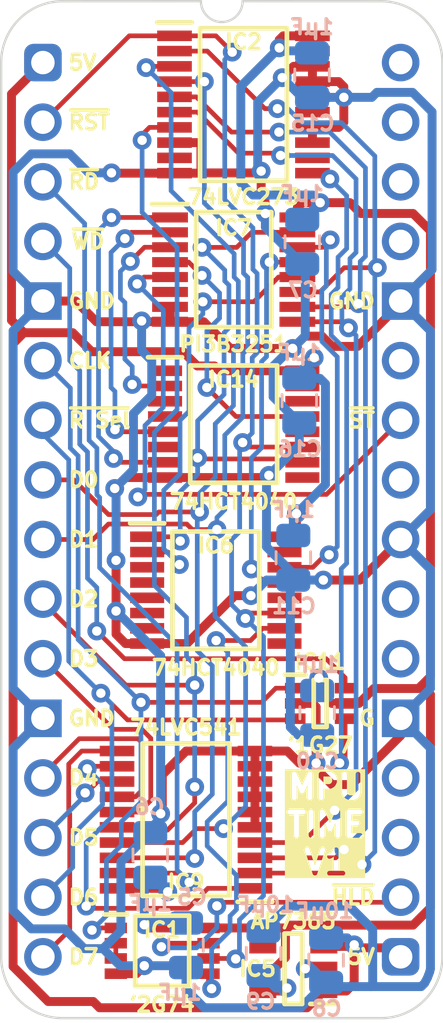
<source format=kicad_pcb>
(kicad_pcb (version 20240108) (generator "pcbnew") (generator_version "8.0")
  (title_block (title "MPU Timer") (date "2024-02-22") (rev "V1"))
  (layers (0 "F.Cu" signal) (31 "B.Cu" signal) (34 "B.Paste" user) (35 "F.Paste" user) (36 "B.SilkS" user "B.Silkscreen") (37 "F.SilkS" user "F.Silkscreen") (38 "B.Mask" user) (39 "F.Mask" user) (44 "Edge.Cuts" user))
  (net 0 "")
  (net 1 "GND")
  (net 2 "5V")
  (net 3 "/3.3V")
  (net 5 "/~{Write NMI Rate Select}·CLK")
  (net 6 "/Q6")
  (net 7 "~{Reset}")
  (net 8 "CLK")
  (net 9 "D0")
  (net 10 "D1")
  (net 11 "D2")
  (net 12 "~{Set Timer}")
  (net 15 "D4")
  (net 16 "~{NMI Rate Select}")
  (net 19 "D7")
  (net 20 "D3")
  (net 22 "~{RD}")
  (net 23 "D5")
  (net 29 "D6")
  (net 30 "/NMI_{Speed}0")
  (net 31 "/NMI_{Speed}1")
  (net 32 "/NMI_{Speed}2")
  (net 33 "/Q8")
  (net 35 "/Q18")
  (net 36 "/~{Q}")
  (net 37 "/Q0")
  (net 38 "/Q12")
  (net 42 "/Q10")
  (net 43 "/Q16")
  (net 44 "/Q14")
  (net 45 "/Q20")
  (net 59 "~{WD}")
  (net 60 "~{Hold}")
  (footprint "SamacSys_Parts:SOP65P210X110-6N" (layer "F.Cu") (at 11.811 27.305)
    (property "Reference" "IC11")
    (property "Value" "74LVC1G27GW,125" (hide yes))
  )
  (footprint "SamacSys_Parts:SOP65P640X110-16N" (layer "F.Cu") (at 7.366 22.479)
    (property "Reference" "IC6")
    (property "Value" "74HCT4040PW,118" (hide yes))
  )
  (footprint "SamacSys_Parts:SOP65P400X110-8N" (layer "F.Cu") (at 5.08 37.846)
    (property "Reference" "IC1")
    (property "Value" "74LVC2G74DP,125" (hide yes))
  )
  (footprint "SamacSys_Parts:SOP64P599X175-16N" (layer "F.Cu") (at 8.128 8.8205)
    (property "Reference" "IC7")
    (property "Value" "PI3B3251QE" (hide yes))
  )
  (footprint "SamacSys_Parts:SOP65P640X110-16N" (layer "F.Cu") (at 8.128 15.405263)
    (property "Reference" "IC14")
    (property "Value" "74HCT4040PW,118" (hide yes))
  )
  (footprint "SamacSys_Parts:SOT95P285X130-5N" (layer "F.Cu") (at 10.668 38.608 180)
    (property "Reference" "IC5")
    (property "Value" "AP7365-33WG-7" (hide yes))
  )
  (footprint "SamacSys_Parts:SOP65P640X110-20N" (layer "F.Cu") (at 8.544115 1.785869)
    (property "Reference" "IC2")
    (property "Value" "74LVC273PW,118" (hide yes))
  )
  (footprint "SamacSys_Parts:SOP65P640X110-20N" (layer "F.Cu") (at 6.096 32.258 180)
    (property "Reference" "IC9")
    (property "Value" "74LVC541APW,118" (hide yes))
  )
  (footprint "SamacSys_Parts:DIP-32_Board_W15.24mm" (layer "F.Cu") (at 0 0)
    (property "Reference" "J2" (hide yes))
    (property "Value" "Conn_02x16_Counter_Clockwise" (hide yes))
    (fp_line (start -1.778 38.1) (end -1.778 0) (stroke (width 0.1)) (layer "Edge.Cuts"))
    (fp_line (start 6.731 -2.6162) (end 0.835732 -2.613732) (stroke (width 0.1)) (layer "Edge.Cuts"))
    (fp_line (start 14.404267 -2.613733) (end 8.509 -2.6162) (stroke (width 0.1)) (layer "Edge.Cuts"))
    (fp_line (start 14.404268 40.713732) (end 0.835733 40.713733) (stroke (width 0.1)) (layer "Edge.Cuts"))
    (fp_line (start 17.018 38.1) (end 17.017999 -0.000001) (stroke (width 0.1)) (layer "Edge.Cuts"))
    (fp_arc (start -1.778 0) (mid -1.012456 -1.848188) (end 0.835732 -2.613732) (stroke (width 0.1)) (layer "Edge.Cuts"))
    (fp_arc (start 0.835733 40.713733) (mid -1.012457 39.94819) (end -1.778 38.1) (stroke (width 0.1)) (layer "Edge.Cuts"))
    (fp_arc (start 8.509 -2.6162) (mid 7.62 -1.7272) (end 6.731 -2.6162) (stroke (width 0.1)) (layer "Edge.Cuts"))
    (fp_arc (start 14.404267 -2.613733) (mid 16.252448 -1.848183) (end 17.017999 -0.000001) (stroke (width 0.1)) (layer "Edge.Cuts"))
    (fp_arc (start 17.018 38.1) (mid 16.252456 39.948187) (end 14.404268 40.713732) (stroke (width 0.1)) (layer "Edge.Cuts"))
  )
  (footprint "SamacSys_Parts:C_0805" (layer "B.Cu") (at 11.465115 0.515869)
    (property "Reference" "C15")
    (property "Value" "1μF")
  )
  (footprint "SamacSys_Parts:C_0805" (layer "B.Cu") (at 10.668 21.082)
    (property "Reference" "C11")
    (property "Value" "1μF")
  )
  (footprint "SamacSys_Parts:C_0805" (layer "B.Cu") (at 6.096 37.592)
    (property "Reference" "C5")
    (property "Value" "1μF")
  )
  (footprint "SamacSys_Parts:C_0805" (layer "B.Cu") (at 10.922 14.389263)
    (property "Reference" "C16")
    (property "Value" "1μF")
  )
  (footprint "SamacSys_Parts:PinHeader_1x16_P2.54mm_Vertical" (layer "B.Cu") (at 15.24 0 180)
    (property "Reference" "J1" (hide yes))
    (property "Value" "Pin_Header_01x16")
  )
  (footprint "SamacSys_Parts:C_0805" (layer "B.Cu") (at 12.065 38.227)
    (property "Reference" "C8")
    (property "Value" "10µF")
  )
  (footprint "SamacSys_Parts:C_0805" (layer "B.Cu") (at 11.684 27.686)
    (property "Reference" "C10")
    (property "Value" "1μF")
  )
  (footprint "SamacSys_Parts:C_0805" (layer "B.Cu") (at 4.572 33.782 180)
    (property "Reference" "C6")
    (property "Value" "1μF")
  )
  (footprint "SamacSys_Parts:PinHeader_1x16_P2.54mm_Vertical" (layer "B.Cu") (at 0 0 180)
    (property "Reference" "J3" (hide yes))
    (property "Value" "Pin_Header_01x16")
  )
  (footprint "SamacSys_Parts:C_0805" (layer "B.Cu") (at 9.398 37.973 180)
    (property "Reference" "C9")
    (property "Value" "10µF")
  )
  (footprint "SamacSys_Parts:C_0805" (layer "B.Cu") (at 11.049 7.62)
    (property "Reference" "C7")
    (property "Value" "1μF")
  )
  (gr_text "5V" (at 1.016 0 0) (layer "F.SilkS") (effects (font (size 0.635 0.635)) (justify left)))
  (gr_text "D1" (at 1.016 20.32 0) (layer "F.SilkS") (effects (font (size 0.635 0.635)) (justify left)))
  (gr_text "5V" (at 14.224 38.1 0) (layer "F.SilkS") (effects (font (size 0.635 0.635)) (justify right)))
  (gr_text "D6" (at 1.016 35.56 0) (layer "F.SilkS") (effects (font (size 0.635 0.635)) (justify left)))
  (gr_text "~{HLD}" (at 14.224 35.56 0) (layer "F.SilkS") (effects (font (size 0.635 0.635)) (justify right)))
  (gr_text "GND" (at 14.224 10.16 0) (layer "F.SilkS") (effects (font (size 0.635 0.635)) (justify right)))
  (gr_text "GND" (at 1.016 27.94 0) (layer "F.SilkS") (effects (font (size 0.635 0.635)) (justify left)))
  (gr_text "D4" (at 1.016 30.48 0) (layer "F.SilkS") (effects (font (size 0.635 0.635)) (justify left)))
  (gr_text "D0" (at 1.016 17.78 0) (layer "F.SilkS") (effects (font (size 0.635 0.635)) (justify left)))
  (gr_text "D7" (at 1.016 38.1 0) (layer "F.SilkS") (effects (font (size 0.635 0.635)) (justify left)))
  (gr_text "D5" (at 1.016 33.02 0) (layer "F.SilkS") (effects (font (size 0.635 0.635)) (justify left)))
  (gr_text "CLK" (at 1.016 12.7 0) (layer "F.SilkS") (effects (font (size 0.635 0.635)) (justify left)))
  (gr_text "~{RD}" (at 1.016 5.08 0) (layer "F.SilkS") (effects (font (size 0.635 0.635)) (justify left)))
  (gr_text "D3" (at 1.016 25.4 0) (layer "F.SilkS") (effects (font (size 0.635 0.635)) (justify left)))
  (gr_text "D2" (at 1.016 22.86 0) (layer "F.SilkS") (effects (font (size 0.635 0.635)) (justify left)))
  (gr_text "~{RST}" (at 1.016 2.54 0) (layer "F.SilkS") (effects (font (size 0.635 0.635)) (justify left)))
  (gr_text "~{R Sel}" (at 1.016 15.24 0) (layer "F.SilkS") (effects (font (size 0.635 0.635)) (justify left)))
  (gr_text "MPU\nTIME\nV1" (at 12.065 34.671 0) (layer "F.SilkS" knockout) (effects (font (size 1 1) (thickness 0.2) (bold yes)) (justify bottom)))
  (gr_text "G" (at 14.224 27.94 0) (layer "F.SilkS") (effects (font (size 0.635 0.635)) (justify right)))
  (gr_text "~{WD}" (at 1.143 7.62 0) (layer "F.SilkS") (effects (font (size 0.635 0.635)) (justify left)))
  (gr_text "~{ST}" (at 14.224 15.24 0) (layer "F.SilkS") (effects (font (size 0.635 0.635)) (justify right)))
  (gr_text "GND" (at 1.016 10.16 0) (layer "F.SilkS") (effects (font (size 0.635 0.635)) (justify left)))
  (segment (start 6.733615 4.700869) (end 6.723615 4.710869) (width 0.38) (layer "F.Cu") (net 1))
  (segment (start 3.11601 23.368) (end 3.11601 21.209002) (width 0.38) (layer "F.Cu") (net 1))
  (segment (start 15.24 20.32) (end 13.512 22.048) (width 0.38) (layer "F.Cu") (net 1))
  (segment (start 9.034 29.333) (end 9.034 29.983) (width 0.38) (layer "F.Cu") (net 1))
  (segment (start 9.034 30.633) (end 9.034 31.283) (width 0.38) (layer "F.Cu") (net 1))
  (segment (start 15.24 28.067) (end 15.24 28.676229) (width 0.38) (layer "F.Cu") (net 1))
  (segment (start 11.160932 11.656) (end 10.637852 12.17908) (width 0.38) (layer "F.Cu") (net 1))
  (segment (start 5.606115 4.710869) (end 2.932869 4.710869) (width 0.38) (layer "F.Cu") (net 1))
  (segment (start 9.534723 17.680263) (end 9.626986 17.588) (width 0.38) (layer "F.Cu") (net 1))
  (segment (start 4.441 24.754) (end 3.520626 24.754) (width 0.38) (layer "F.Cu") (net 1))
  (segment (start 13.512 22.048) (end 11.94649 22.048) (width 0.38) (layer "F.Cu") (net 1))
  (segment (start 5.203 17.680263) (end 9.534723 17.680263) (width 0.38) (layer "F.Cu") (net 1))
  (segment (start 6.8515 11.0425) (end 7.98808 12.17908) (width 0.38) (layer "F.Cu") (net 1))
  (segment (start 9.459999 6.415001) (end 9.459999 5.62345) (width 0.38) (layer "F.Cu") (net 1))
  (segment (start 9.034 29.983) (end 9.034 30.633) (width 0.38) (layer "F.Cu") (net 1))
  (segment (start 12.599615 2.760869) (end 11.482115 2.760869) (width 0.38) (layer "F.Cu") (net 1))
  (segment (start 9.477498 6.4325) (end 9.459999 6.415001) (width 0.38) (layer "F.Cu") (net 1))
  (segment (start 6.1 29.333) (end 5.0855 30.3475) (width 0.38) (layer "F.Cu") (net 1))
  (segment (start 13.408229 12.093) (end 12.321229 12.093) (width 0.38) (layer "F.Cu") (net 1))
  (segment (start 11.482115 0.160869) (end 11.482115 0.810869) (width 0.38) (layer "F.Cu") (net 1))
  (segment (start 5.203 17.680263) (end 3.5244 17.680263) (width 0.38) (layer "F.Cu") (net 1))
  (segment (start 3.5244 17.680263) (end 3.059279 18.145384) (width 0.38) (layer "F.Cu") (net 1))
  (segment (start 11.884229 11.656) (end 11.160932 11.656) (width 0.38) (layer "F.Cu") (net 1))
  (segment (start 10.41 29.333) (end 10.926563 29.849563) (width 0.38) (layer "F.Cu") (net 1))
  (segment (start 6.132769 24.754) (end 8.174532 22.712237) (width 0.38) (layer "F.Cu") (net 1))
  (segment (start 11.640009 27.455753) (end 11.640009 29.849563) (width 0.38) (layer "F.Cu") (net 1))
  (segment (start 11.640009 30.089237) (end 11.640009 29.849563) (width 0.38) (layer "F.Cu") (net 1))
  (segment (start 6.733615 3.420869) (end 6.733615 4.700869) (width 0.38) (layer "F.Cu") (net 1))
  (segment (start 12.819617 1.481869) (end 12.819617 1.030871) (width 0.38) (layer "F.Cu") (net 1))
  (segment (start 9.297549 5.461) (end 9.297549 4.62432) (width 0.38) (layer "F.Cu") (net 1))
  (segment (start 5.416 11.0425) (end 2.2795 11.0425) (width 0.38) (layer "F.Cu") (net 1))
  (segment (start 11.482115 2.760869) (end 11.482115 3.410869) (width 0.38) (layer "F.Cu") (net 1))
  (segment (start 10.926563 29.849563) (end 11.640009 29.849563) (width 0.38) (layer "F.Cu") (net 1))
  (segment (start 10.749 27.305) (end 11.489256 27.305) (width 0.38) (layer "F.Cu") (net 1))
  (segment (start 10.677115 0.160869) (end 10.195115 0.642869) (width 0.38) (layer "F.Cu") (net 1))
  (segment (start 15.24 10.261229) (end 13.408229 12.093) (width 0.38) (layer "F.Cu") (net 1))
  (segment (start 4.441 24.754) (end 6.132769 24.754) (width 0.38) (layer "F.Cu") (net 1))
  (segment (start 9.459999 5.62345) (end 9.297549 5.461) (width 0.38) (layer "F.Cu") (net 1))
  (segment (start 2.932869 4.710869) (end 2.921 4.699) (width 0.38) (layer "F.Cu") (net 1))
  (segment (start 12.819617 1.481869) (end 12.819617 2.540867) (width 0.38) (layer "F.Cu") (net 1))
  (segment (start 12.599615 0.810869) (end 11.482115 0.810869) (width 0.38) (layer "F.Cu") (net 1))
  (segment (start 9.034 29.333) (end 10.41 29.333) (width 0.38) (layer "F.Cu") (net 1))
  (segment (start 12.819617 2.540867) (end 12.599615 2.760869) (width 0.38) (layer "F.Cu") (net 1))
  (segment (start 13.154229 30.762) (end 12.312772 30.762) (width 0.38) (layer "F.Cu") (net 1))
  (segment (start 3.105 38.821) (end 3.978 38.821) (width 0.38) (layer "F.Cu") (net 1))
  (segment (start 11.482115 0.160869) (end 10.677115 0.160869) (width 0.38) (layer "F.Cu") (net 1))
  (segment (start 9.034 31.283) (end 9.034 31.933) (width 0.38) (layer "F.Cu") (net 1))
  (segment (start 6.723615 3.410869) (end 6.733615 3.420869) (width 0.38) (layer "F.Cu") (net 1))
  (segment (start 2.2795 11.0425) (end 1.397 10.16) (width 0.38) (layer "F.Cu") (net 1))
  (segment (start 5.416 10.4085) (end 5.416 11.0425) (width 0.38) (layer "F.Cu") (net 1))
  (segment (start 12.819617 1.030871) (end 12.599615 0.810869) (width 0.38) (layer "F.Cu") (net 1))
  (segment (start 9.034 29.333) (end 6.1 29.333) (width 0.38) (layer "F.Cu") (net 1))
  (segment (start 15.24 28.676229) (end 13.154229 30.762) (width 0.38) (layer "F.Cu") (net 1))
  (segment (start 5.606115 3.410869) (end 6.723615 3.410869) (width 0.38) (layer "F.Cu") (net 1))
  (segment (start 7.98808 12.17908) (end 10.637852 12.17908) (width 0.38) (layer "F.Cu") (net 1))
  (segment (start 1.397 10.16) (end 0 10.16) (width 0.38) (layer "F.Cu") (net 1))
  (segment (start 11.489256 27.305) (end 11.640009 27.455753) (width 0.38) (layer "F.Cu") (net 1))
  (segment (start 9.034 31.933) (end 9.034 32.583) (width 0.38) (layer "F.Cu") (net 1))
  (segment (start 9.221 4.700869) (end 6.733615 4.700869) (width 0.38) (layer "F.Cu") (net 1))
  (segment (start 3.11601 24.349384) (end 3.11601 23.368) (width 0.38) (layer "F.Cu") (net 1))
  (segment (start 9.297549 4.62432) (end 9.221 4.700869) (width 0.38) (layer "F.Cu") (net 1))
  (segment (start 5.0855 30.3475) (end 5.0855 31.932951) (width 0.38) (layer "F.Cu") (net 1))
  (segment (start 12.321229 12.093) (end 11.884229 11.656) (width 0.38) (layer "F.Cu") (net 1))
  (segment (start 5.0855 31.932951) (end 5.016266 32.002185) (width 0.38) (layer "F.Cu") (net 1))
  (segment (start 8.174532 22.712237) (end 8.861795 22.712237) (width 0.38) (layer "F.Cu") (net 1))
  (segment (start 11.968 38.608) (end 11.175996 38.608) (width 0.38) (layer "F.Cu") (net 1))
  (segment (start 6.723615 4.710869) (end 5.606115 4.710869) (width 0.38) (layer "F.Cu") (net 1))
  (segment (start 12.312772 30.762) (end 11.640009 30.089237) (width 0.38) (layer "F.Cu") (net 1))
  (segment (start 5.416 11.0425) (end 6.8515 11.0425) (width 0.38) (layer "F.Cu") (net 1))
  (segment (start 3.520626 24.754) (end 3.11601 24.349384) (width 0.38) (layer "F.Cu") (net 1))
  (segment (start 3.978 38.821) (end 4.318 38.481) (width 0.38) (layer "F.Cu") (net 1))
  (via (at 4.318 38.481) (size 0.8) (drill 0.4) (layers "F.Cu" "B.Cu") (net 1))
  (via (at 8.861795 22.712237) (size 0.8) (drill 0.4) (layers "F.Cu" "B.Cu") (net 1))
  (via (at 4.205 11.006747) (size 0.8) (drill 0.4) (layers "F.Cu" "B.Cu") (net 1))
  (via (at 3.11601 23.368) (size 0.8) (drill 0.4) (layers "F.Cu" "B.Cu") (net 1))
  (via (at 12.819617 1.481869) (size 0.8) (drill 0.4) (layers "F.Cu" "B.Cu") (net 1))
  (via (at 9.626986 17.588) (size 0.8) (drill 0.4) (layers "F.Cu" "B.Cu") (net 1))
  (via (at 11.175996 38.608) (size 0.8) (drill 0.4) (layers "F.Cu" "B.Cu") (net 1))
  (via (at 11.640009 29.849563) (size 0.8) (drill 0.4) (layers "F.Cu" "B.Cu") (net 1))
  (via (at 5.016266 32.002185) (size 0.8) (drill 0.4) (layers "F.Cu" "B.Cu") (net 1))
  (via (at 2.921 4.699) (size 0.8) (drill 0.4) (layers "F.Cu" "B.Cu") (net 1))
  (via (at 9.477498 6.4325) (size 0.8) (drill 0.4) (layers "F.Cu" "B.Cu") (net 1))
  (via (at 11.94649 22.048) (size 0.8) (drill 0.4) (layers "F.Cu" "B.Cu") (net 1))
  (via (at 10.195115 0.642869) (size 0.8) (drill 0.4) (layers "F.Cu" "B.Cu") (net 1))
  (via (at 9.297549 4.62432) (size 0.8) (drill 0.4) (layers "F.Cu" "B.Cu") (net 1))
  (via (at 3.059279 18.145384) (size 0.8) (drill 0.4) (layers "F.Cu" "B.Cu") (net 1))
  (via (at 3.11601 21.209002) (size 0.8) (drill 0.4) (layers "F.Cu" "B.Cu") (net 1))
  (via (at 10.637852 12.17908) (size 0.8) (drill 0.4) (layers "F.Cu" "B.Cu") (net 1))
  (segment (start 1.952 4.699) (end 1.143 3.89) (width 0.38) (layer "B.Cu") (net 1))
  (segment (start -1.27 4.667085) (end -0.492915 3.89) (width 0.38) (layer "B.Cu") (net 1))
  (segment (start 13.97 39.37) (end 12.242 39.37) (width 0.38) (layer "B.Cu") (net 1))
  (segment (start 4.572 32.639) (end 5.016266 32.194734) (width 0.38) (layer "B.Cu") (net 1))
  (segment (start 16.114478 39.37) (end 13.97 39.37) (width 0.38) (layer "B.Cu") (net 1))
  (segment (start 5.016266 32.194734) (end 5.016266 32.002185) (width 0.38) (layer "B.Cu") (net 1))
  (segment (start 10.922 16.292986) (end 9.626986 17.588) (width 0.38) (layer "B.Cu") (net 1))
  (segment (start 10.414 22.302) (end 10.541 22.429) (width 0.38) (layer "B.Cu") (net 1))
  (segment (start 16.577999 8.822001) (end 16.577999 2.099999) (width 0.38) (layer "B.Cu") (net 1))
  (segment (start 10.668 22.048) (end 9.526032 22.048) (width 0.38) (layer "B.Cu") (net 1))
  (segment (start 3.28861 38.481) (end 4.318 38.481) (width 0.38) (layer "B.Cu") (net 1))
  (segment (start 0 10.16) (end -1.27 11.43) (width 0.38) (layer "B.Cu") (net 1))
  (segment (start 12.819617 1.481869) (end 14.012131 1.481869) (width 0.38) (layer "B.Cu") (net 1))
  (segment (start 16.261659 39.222819) (end 16.114478 39.37) (width 0.38) (layer "B.Cu") (net 1))
  (segment (start 15.24 20.32) (end 16.51 19.05) (width 0.38) (layer "B.Cu") (net 1))
  (segment (start 12.065 39.193) (end 11.48 38.608) (width 0.38) (layer "B.Cu") (net 1))
  (segment (start 6.096 39.497) (end 6.872732 40.273732) (width 0.38) (layer "B.Cu") (net 1))
  (segment (start 3.11601 18.202115) (end 3.059279 18.145384) (width 0.38) (layer "B.Cu") (net 1))
  (segment (start 6.872732 40.273732) (end 10.984268 40.273732) (width 0.38) (layer "B.Cu") (net 1))
  (segment (start 11.48 38.608) (end 11.175996 38.608) (width 0.38) (layer "B.Cu") (net 1))
  (segment (start 10.984268 40.273732) (end 12.065 39.193) (width 0.38) (layer "B.Cu") (net 1))
  (segment (start 16.577999 2.099999) (end 15.748 1.27) (width 0.38) (layer "B.Cu") (net 1))
  (segment (start 0.921431 36.91) (end 1.764222 37.752791) (width 0.38) (layer "B.Cu") (net 1))
  (segment (start 3.858424 17.346239) (end 3.059279 18.145384) (width 0.38) (layer "B.Cu") (net 1))
  (segment (start 9.398 37.007) (end 10.464 35.941) (width 0.38) (layer "B.Cu") (net 1))
  (segment (start 10.668 22.048) (end 11.94649 22.048) (width 0.38) (layer "B.Cu") (net 1))
  (segment (start 3.322 34.062335) (end 4.568335 32.816) (width 0.38) (layer "B.Cu") (net 1))
  (segment (start 14.05 36.935771) (end 14.05 39.29) (width 0.38) (layer "B.Cu") (net 1))
  (segment (start 14.012131 1.481869) (end 14.224 1.27) (width 0.38) (layer "B.Cu") (net 1))
  (segment (start 14.05 39.29) (end 13.97 39.37) (width 0.38) (layer "B.Cu") (net 1))
  (segment (start 16.51 21.59) (end 16.51 26.67) (width 0.38) (layer "B.Cu") (net 1))
  (segment (start 10.541 28.321) (end 10.872 28.652) (width 0.38) (layer "B.Cu") (net 1))
  (segment (start 15.24 20.32) (end 16.51 21.59) (width 0.38) (layer "B.Cu") (net 1))
  (segment (start 4.636986 12.7) (end 4.636986 14.173542) (width 0.38) (layer "B.Cu") (net 1))
  (segment (start 9.151113 4.477884) (end 9.151113 1.686871) (width 0.38) (layer "B.Cu") (net 1))
  (segment (start 9.807 14.240263) (end 9.807 12.940166) (width 0.38) (layer "B.Cu") (net 1))
  (segment (start 6.019 38.481) (end 4.318 38.481) (width 0.38) (layer "B.Cu") (net 1))
  (segment (start 11.465115 1.481869) (end 12.819617 1.481869) (width 0.38) (layer "B.Cu") (net 1))
  (segment (start 9.807 12.940166) (end 10.568086 12.17908) (width 0.38) (layer "B.Cu") (net 1))
  (segment (start 6.096 38.558) (end 6.096 39.497) (width 0.38) (layer "B.Cu") (net 1))
  (segment (start 11.176 11.640932) (end 10.637852 12.17908) (width 0.38) (layer "B.Cu") (net 1))
  (segment (start 4.636986 14.173542) (end 3.858424 14.952104) (width 0.38) (layer "B.Cu") (net 1))
  (segment (start 1.764222 37.752791) (end 2.560401 37.752791) (width 0.38) (layer "B.Cu") (net 1))
  (segment (start 9.151113 1.686871) (end 10.195115 0.642869) (width 0.38) (layer "B.Cu") (net 1))
  (segment (start 10.922 15.355263) (end 10.922 16.292986) (width 0.38) (layer "B.Cu") (net 1))
  (segment (start 0 10.16) (end -1.27 8.89) (width 0.38) (layer "B.Cu") (net 1))
  (segment (start 9.526032 22.048) (end 8.861795 22.712237) (width 0.38) (layer "B.Cu") (net 1))
  (segment (start 3.858424 14.952104) (end 3.858424 17.346239) (width 0.38) (layer "B.Cu") (net 1))
  (segment (start -1.27 29.21) (end -1.27 36.132915) (width 0.38) (layer "B.Cu") (net 1))
  (segment (start 11.034115 1.481869) (end 10.195115 0.642869) (width 0.38) (layer "B.Cu") (net 1))
  (segment (start 0 27.94) (end -1.27 29.21) (width 0.38) (layer "B.Cu") (net 1))
  (segment (start 13.055229 35.941) (end 14.05 36.935771) (width 0.38) (layer "B.Cu") (net 1))
  (segment (start -0.492915 36.91) (end 0.921431 36.91) (width 0.38) (layer "B.Cu") (net 1))
  (segment (start 2.560401 37.752791) (end 3.28861 38.481) (width 0.38) (layer "B.Cu") (net 1))
  (segment (start 16.51 38.609359) (end 16.476395 38.745697) (width 0.38) (layer "B.Cu") (net 1))
  (segment (start 11.176 8.713) (end 11.176 11.640932) (width 0.38) (layer "B.Cu") (net 1))
  (segment (start 15.24 10.16) (end 16.577999 8.822001) (width 0.38) (layer "B.Cu") (net 1))
  (segment (start 16.51 26.67) (end 15.24 27.94) (width 0.38) (layer "B.Cu") (net 1))
  (segment (start 10.464 35.941) (end 13.055229 35.941) (width 0.38) (layer "B.Cu") (net 1))
  (segment (start 16.51 19.05) (end 16.51 11.43) (width 0.38) (layer "B.Cu") (net 1))
  (segment (start 3.11601 21.209002) (end 3.11601 18.202115) (width 0.38) (layer "B.Cu") (net 1))
  (segment (start -1.27 11.43) (end -1.27 26.67) (width 0.38) (layer "B.Cu") (net 1))
  (segment (start 3.322 36.991192) (end 3.322 34.062335) (width 0.38) (layer "B.Cu") (net 1))
  (segment (start 16.383458 38.990753) (end 16.261659 39.222819) (width 0.38) (layer "B.Cu") (net 1))
  (segment (start 10.872 28.652) (end 11.253 28.652) (width 0.38) (layer "B.Cu") (net 1))
  (segment (start 10.541 22.429) (end 10.541 28.321) (width 0.38) (layer "B.Cu") (net 1))
  (segment (start -1.27 36.132915) (end -0.492915 36.91) (width 0.38) (layer "B.Cu") (net 1))
  (segment (start 9.297549 4.62432) (end 9.151113 4.477884) (width 0.38) (layer "B.Cu") (net 1))
  (segment (start 10.668 21.778097) (end 9.525 20.635097) (width 0.38) (layer "B.Cu") (net 1))
  (segment (start 4.205 11.006747) (end 4.205 12.268014) (width 0.38) (layer "B.Cu") (net 1))
  (segment (start 10.922 15.355263) (end 9.807 14.240263) (width 0.38) (layer "B.Cu") (net 1))
  (segment (start 9.477498 6.4325) (end 9.477498 7.014498) (width 0.38) (layer "B.Cu") (net 1))
  (segment (start 16.476395 38.745697) (end 16.383458 38.990753) (width 0.38) (layer "B.Cu") (net 1))
  (segment (start 4.205 12.268014) (end 4.636986 12.7) (width 0.38) (layer "B.Cu") (net 1))
  (segment (start 5.016266 32.002185) (end 5.016266 25.268256) (width 0.38) (layer "B.Cu") (net 1))
  (segment (start 10.568086 12.17908) (end 10.637852 12.17908) (width 0.38) (layer "B.Cu") (net 1))
  (segment (start -0.492915 3.89) (end 1.143 3.89) (width 0.38) (layer "B.Cu") (net 1))
  (segment (start 15.24 27.94) (end 16.51 29.21) (width 0.38) (layer "B.Cu") (net 1))
  (segment (start 2.921 4.699) (end 1.952 4.699) (width 0.38) (layer "B.Cu") (net 1))
  (segment (start 2.560401 37.752791) (end 3.322 36.991192) (width 0.38) (layer "B.Cu") (net 1))
  (segment (start 9.477498 7.014498) (end 11.049 8.586) (width 0.38) (layer "B.Cu") (net 1))
  (segment (start 11.684 29.805572) (end 11.640009 29.849563) (width 0.38) (layer "B.Cu") (net 1))
  (segment (start 15.748 1.27) (end 14.224 1.27) (width 0.38) (layer "B.Cu") (net 1))
  (segment (start 5.016266 25.268256) (end 3.11601 23.368) (width 0.38) (layer "B.Cu") (net 1))
  (segment (start 16.51 11.43) (end 15.24 10.16) (width 0.38) (layer "B.Cu") (net 1))
  (segment (start 11.684 28.652) (end 11.684 29.805572) (width 0.38) (layer "B.Cu") (net 1))
  (segment (start -1.27 8.89) (end -1.27 4.667085) (width 0.38) (layer "B.Cu") (net 1))
  (segment (start -1.27 26.67) (end 0 27.94) (width 0.38) (layer "B.Cu") (net 1))
  (segment (start 16.51 29.21) (end 16.51 38.609359) (width 0.38) (layer "B.Cu") (net 1))
  (segment (start 9.525 20.635097) (end 9.525 17.584768) (width 0.38) (layer "B.Cu") (net 1))
  (segment (start 7.516492 13.130263) (end 7.312229 12.926) (width 0.38) (layer "F.Cu") (net 2))
  (segment (start 13.19198 37.658) (end 13.25998 37.59) (width 0.38) (layer "F.Cu") (net 2))
  (segment (start 11.053 13.130263) (end 11.557 12.626263) (width 0.38) (layer "F.Cu") (net 2))
  (segment (start 12.923 39.558) (end 13.25998 39.22102) (width 0.38) (layer "F.Cu") (net 2))
  (segment (start 0.222085 40.005) (end 2.14655 40.005) (width 0.38) (layer "F.Cu") (net 2))
  (segment (start 7.312229 12.926) (end 6.576 12.926) (width 0.38) (layer "F.Cu") (net 2))
  (segment (start 14.859 37.719) (end 13.38898 37.719) (width 0.38) (layer "F.Cu") (net 2))
  (segment (start 0 0) (end -1.338 1.338) (width 0.38) (layer "F.Cu") (net 2))
  (segment (start 13.38898 37.719) (end 13.25998 37.59) (width 0.38) (layer "F.Cu") (net 2))
  (segment (start 11.25455 40.27145) (end 11.968 39.558) (width 0.38) (layer "F.Cu") (net 2))
  (segment (start 13.25998 39.22102) (end 13.25998 37.59) (width 0.38) (layer "F.Cu") (net 2))
  (segment (start 6.576 12.926) (end 5.969 12.319) (width 0.38) (layer "F.Cu") (net 2))
  (segment (start 11.968 37.658) (end 13.19198 37.658) (width 0.38) (layer "F.Cu") (net 2))
  (segment (start 11.968 39.558) (end 12.923 39.558) (width 0.38) (layer "F.Cu") (net 2))
  (segment (start 10.291 20.204) (end 10.799 19.696) (width 0.38) (layer "F.Cu") (net 2))
  (segment (start 2.413 40.27145) (end 11.25455 40.27145) (width 0.38) (layer "F.Cu") (net 2))
  (segment (start 10.799 19.696) (end 10.799 19.215263) (width 0.38) (layer "F.Cu") (net 2))
  (segment (start 1.27 11.51) (end -0.809 11.51) (width 0.38) (layer "F.Cu") (net 2))
  (segment (start 2.14655 40.005) (end 2.413 40.27145) (width 0.38) (layer "F.Cu") (net 2))
  (segment (start -1.338 1.338) (end -1.338 10.981) (width 0.38) (layer "F.Cu") (net 2))
  (segment (start -1.338 10.981) (end -0.809 11.51) (width 0.38) (layer "F.Cu") (net 2))
  (segment (start 5.969 12.319) (end 2.079 12.319) (width 0.38) (layer "F.Cu") (net 2))
  (segment (start -0.809 11.51) (end -1.27 11.971) (width 0.38) (layer "F.Cu") (net 2))
  (segment (start -1.27 11.971) (end -1.27 38.512915) (width 0.38) (layer "F.Cu") (net 2))
  (segment (start -1.27 38.512915) (end 0.222085 40.005) (width 0.38) (layer "F.Cu") (net 2))
  (segment (start 11.557 12.626263) (end 11.557 12.573) (width 0.38) (layer "F.Cu") (net 2))
  (segment (start 2.079 12.319) (end 1.27 11.51) (width 0.38) (layer "F.Cu") (net 2))
  (segment (start 11.053 13.130263) (end 7.516492 13.130263) (width 0.38) (layer "F.Cu") (net 2))
  (via (at 13.25998 37.59) (size 0.8) (drill 0.4) (layers "F.Cu" "B.Cu") (net 2))
  (via (at 11.557 12.573) (size 0.8) (drill 0.4) (layers "F.Cu" "B.Cu") (net 2))
  (via (at 10.799 19.215263) (size 0.8) (drill 0.4) (layers "F.Cu" "B.Cu") (net 2))
  (segment (start 10.668 19.346263) (end 10.799 19.215263) (width 0.38) (layer "B.Cu") (net 2))
  (segment (start 10.799 19.215263) (end 12.037 17.977263) (width 0.38) (layer "B.Cu") (net 2))
  (segment (start 11.804263 13.455263) (end 11.131 13.455263) (width 0.38) (layer "B.Cu") (net 2))
  (segment (start 12.065 37.293) (end 12.96298 37.293) (width 0.38) (layer "B.Cu") (net 2))
  (segment (start 10.922 13.208) (end 11.557 12.573) (width 0.38) (layer "B.Cu") (net 2))
  (segment (start 10.668 20.148) (end 10.668 19.346263) (width 0.38) (layer "B.Cu") (net 2))
  (segment (start 12.96298 37.293) (end 13.25998 37.59) (width 0.38) (layer "B.Cu") (net 2))
  (segment (start 12.037 13.688) (end 11.804263 13.455263) (width 0.38) (layer "B.Cu") (net 2))
  (segment (start 12.037 17.977263) (end 12.037 13.688) (width 0.38) (layer "B.Cu") (net 2))
  (segment (start 10.84 6.5985) (end 10.84 6.178) (width 0.38) (layer "F.Cu") (net 3))
  (segment (start 13.542 6.43) (end 13.081 5.969) (width 0.38) (layer "F.Cu") (net 3))
  (segment (start 16.002 26.67) (end 16.129 26.543) (width 0.38) (layer "F.Cu") (net 3))
  (segment (start 10.236 36.871) (end 7.055 36.871) (width 0.38) (layer "F.Cu") (net 3))
  (segment (start 13.462 27.305) (end 14.097 26.67) (width 0.38) (layer "F.Cu") (net 3))
  (segment (start 16.51 26.924) (end 16.129 26.543) (width 0.38) (layer "F.Cu") (net 3))
  (segment (start 12.873 27.305) (end 13.462 27.305) (width 0.38) (layer "F.Cu") (net 3))
  (segment (start 12.3095 27.305) (end 12.873 27.305) (width 0.38) (layer "F.Cu") (net 3))
  (segment (start 16.51 26.162) (end 16.51 7.171001) (width 0.38) (layer "F.Cu") (net 3))
  (segment (start 10.237615 -1.139131) (end 10.068115 -0.969631) (width 0.38) (layer "F.Cu") (net 3))
  (segment (start 11.750216 26.22451) (end 11.750216 26.745716) (width 0.38) (layer "F.Cu") (net 3))
  (segment (start 4.454266 36.871) (end 4.318 36.734734) (width 0.38) (layer "F.Cu") (net 3))
  (segment (start 14.097 26.67) (end 16.002 26.67) (width 0.38) (layer "F.Cu") (net 3))
  (segment (start 16.129 26.543) (end 16.51 26.162) (width 0.38) (layer "F.Cu") (net 3))
  (segment (start 10.068115 -0.969631) (end 10.068115 -0.627119) (width 0.38) (layer "F.Cu") (net 3))
  (segment (start 10.333 38.130108) (end 10.333 36.968) (width 0.38) (layer "F.Cu") (net 3))
  (segment (start 16.51 36.009) (end 16.51 26.924) (width 0.38) (layer "F.Cu") (net 3))
  (segment (start 5.171606 35.183) (end 5.318257 35.329651) (width 0.38) (layer "F.Cu") (net 3))
  (segment (start 9.368 39.095108) (end 10.333 38.130108) (width 0.38) (layer "F.Cu") (net 3))
  (segment (start 11.049 5.969) (end 11.810994 5.969) (width 0.38) (layer "F.Cu") (net 3))
  (segment (start 16.51 7.171001) (end 15.768999 6.43) (width 0.38) (layer "F.Cu") (net 3))
  (segment (start 10.333 36.968) (end 10.551 36.75) (width 0.38) (layer "F.Cu") (net 3))
  (segment (start 15.768999 6.43) (end 13.542 6.43) (width 0.38) (layer "F.Cu") (net 3))
  (segment (start 10.551 36.75) (end 15.769 36.75) (width 0.38) (layer "F.Cu") (net 3))
  (segment (start 3.158 35.183) (end 5.171606 35.183) (width 0.38) (layer "F.Cu") (net 3))
  (segment (start 15.769 36.75) (end 16.51 36.009) (width 0.38) (layer "F.Cu") (net 3))
  (segment (start 11.750216 26.745716) (end 12.3095 27.305) (width 0.38) (layer "F.Cu") (net 3))
  (segment (start 10.84 6.178) (end 11.049 5.969) (width 0.38) (layer "F.Cu") (net 3))
  (segment (start 7.055 36.871) (end 4.454266 36.871) (width 0.38) (layer "F.Cu") (net 3))
  (segment (start 9.368 39.558) (end 9.368 39.095108) (width 0.38) (layer "F.Cu") (net 3))
  (segment (start 10.271626 39.558) (end 10.398176 39.43145) (width 0.38) (layer "F.Cu") (net 3))
  (segment (start 10.333 36.968) (end 10.236 36.871) (width 0.38) (layer "F.Cu") (net 3))
  (segment (start 11.482115 -1.139131) (end 10.237615 -1.139131) (width 0.38) (layer "F.Cu") (net 3))
  (segment (start 13.081 5.969) (end 11.810994 5.969) (width 0.38) (layer "F.Cu") (net 3))
  (segment (start 9.368 39.558) (end 10.271626 39.558) (width 0.38) (layer "F.Cu") (net 3))
  (via (at 11.750216 26.22451) (size 0.8) (drill 0.4) (layers "F.Cu" "B.Cu") (net 3))
  (via (at 4.318 36.734734) (size 0.8) (drill 0.4) (layers "F.Cu" "B.Cu") (net 3))
  (via (at 5.318257 35.329651) (size 0.8) (drill 0.4) (layers "F.Cu" "B.Cu") (net 3))
  (via (at 10.398176 39.43145) (size 0.8) (drill 0.4) (layers "F.Cu" "B.Cu") (net 3))
  (via (at 10.068115 -0.627119) (size 0.8) (drill 0.4) (layers "F.Cu" "B.Cu") (net 3))
  (via (at 11.810994 5.969) (size 0.8) (drill 0.4) (layers "F.Cu" "B.Cu") (net 3))
  (segment (start 4.704606 34.716) (end 5.318257 35.329651) (width 0.38) (layer "B.Cu") (net 3))
  (segment (start 6.021 36.583) (end 4.469734 36.583) (width 0.38) (layer "B.Cu") (net 3))
  (segment (start 11.383115 -0.500131) (end 10.195103 -0.500131) (width 0.38) (layer "B.Cu") (net 3))
  (segment (start 8.431 1.009996) (end 8.431 5.129) (width 0.38) (layer "B.Cu") (net 3))
  (segment (start 8.9445 5.6425) (end 11.484494 5.6425) (width 0.38) (layer "B.Cu") (net 3))
  (segment (start 10.068115 -0.627119) (end 8.431 1.009996) (width 0.38) (layer "B.Cu") (net 3))
  (segment (start 9.398 38.907) (end 9.92245 39.43145) (width 0.38) (layer "B.Cu") (net 3))
  (segment (start 11.684 26.290726) (end 11.684 26.752) (width 0.38) (layer "B.Cu") (net 3))
  (segment (start 10.195103 -0.500131) (end 10.068115 -0.627119) (width 0.38) (layer "B.Cu") (net 3))
  (segment (start 4.318 34.97) (end 4.318 36.734734) (width 0.38) (layer "B.Cu") (net 3))
  (segment (start 9.92245 39.43145) (end 10.398176 39.43145) (width 0.38) (layer "B.Cu") (net 3))
  (segment (start 11.750216 26.22451) (end 11.684 26.290726) (width 0.38) (layer "B.Cu") (net 3))
  (segment (start 4.469734 36.583) (end 4.318 36.734734) (width 0.38) (layer "B.Cu") (net 3))
  (segment (start 8.431 5.129) (end 8.9445 5.6425) (width 0.38) (layer "B.Cu") (net 3))
  (segment (start 11.176 6.603994) (end 11.810994 5.969) (width 0.38) (layer "B.Cu") (net 3))
  (segment (start 11.484494 5.6425) (end 11.810994 5.969) (width 0.38) (layer "B.Cu") (net 3))
  (segment (start 11.977115 4.710869) (end 12.227115 4.960869) (width 0.2) (layer "F.Cu") (net 5))
  (segment (start 12.873 29.611995) (end 12.639995 29.845) (width 0.2) (layer "F.Cu") (net 5))
  (segment (start 12.873 27.955) (end 12.873 29.611995) (width 0.2) (layer "F.Cu") (net 5))
  (via (at 12.227115 4.960869) (size 0.8) (drill 0.4) (layers "F.Cu" "B.Cu") (net 5))
  (via (at 12.639995 29.845) (size 0.8) (drill 0.4) (layers "F.Cu" "B.Cu") (net 5))
  (segment (start 12.94 12.27895) (end 12.281 11.61995) (width 0.2) (layer "B.Cu") (net 5))
  (segment (start 12.709 21.567) (end 12.94 21.336) (width 0.2) (layer "B.Cu") (net 5))
  (segment (start 12.639995 29.845) (end 12.709 29.775995) (width 0.2) (layer "B.Cu") (net 5))
  (segment (start 12.709 29.775995) (end 12.709 21.567) (width 0.2) (layer "B.Cu") (net 5))
  (segment (start 12.573 9.582686) (end 12.573 8.290627) (width 0.2) (layer "B.Cu") (net 5))
  (segment (start 12.939998 5.673752) (end 12.227115 4.960869) (width 0.2) (layer "B.Cu") (net 5))
  (segment (start 12.939998 7.923629) (end 12.939998 5.673752) (width 0.2) (layer "B.Cu") (net 5))
  (segment (start 12.281 11.61995) (end 12.281 9.874686) (width 0.2) (layer "B.Cu") (net 5))
  (segment (start 12.281 9.874686) (end 12.573 9.582686) (width 0.2) (layer "B.Cu") (net 5))
  (segment (start 12.573 8.290627) (end 12.939998 7.923629) (width 0.2) (layer "B.Cu") (net 5))
  (segment (start 12.94 21.336) (end 12.94 12.27895) (width 0.2) (layer "B.Cu") (net 5))
  (segment (start 5.599981 21.087981) (end 5.81512 21.30312) (width 0.2) (layer "F.Cu") (net 6))
  (segment (start 5.558474 21.087981) (end 5.599981 21.087981) (width 0.2) (layer "F.Cu") (net 6))
  (segment (start 10.0385 9.1385) (end 8.987456 10.189544) (width 0.2) (layer "F.Cu") (net 6))
  (segment (start 5.324493 20.854) (end 5.558474 21.087981) (width 0.2) (layer "F.Cu") (net 6))
  (segment (start 4.441 20.854) (end 5.324493 20.854) (width 0.2) (layer "F.Cu") (net 6))
  (segment (start 8.987456 10.189544) (end 6.813713 10.189544) (width 0.2) (layer "F.Cu") (net 6))
  (segment (start 10.84 9.1385) (end 10.0385 9.1385) (width 0.2) (layer "F.Cu") (net 6))
  (segment (start 5.81512 21.30312) (end 5.81512 21.387428) (width 0.2) (layer "F.Cu") (net 6))
  (via (at 5.81512 21.387428) (size 0.8) (drill 0.4) (layers "F.Cu" "B.Cu") (net 6))
  (via (at 6.813713 10.189544) (size 0.8) (drill 0.4) (layers "F.Cu" "B.Cu") (net 6))
  (segment (start 5.842 17.526) (end 5.842 15.24) (width 0.2) (layer "B.Cu") (net 6))
  (segment (start 5.81512 21.387428) (end 5.148424 20.720732) (width 0.2) (layer "B.Cu") (net 6))
  (segment (start 5.148424 18.219576) (end 5.842 17.526) (width 0.2) (layer "B.Cu") (net 6))
  (segment (start 6.813713 10.712287) (end 6.223 11.303) (width 0.2) (layer "B.Cu") (net 6))
  (segment (start 5.842 15.24) (end 6.223 14.859) (width 0.2) (layer "B.Cu") (net 6))
  (segment (start 6.813713 10.189544) (end 6.813713 10.712287) (width 0.2) (layer "B.Cu") (net 6))
  (segment (start 6.223 14.859) (end 6.223 11.303) (width 0.2) (layer "B.Cu") (net 6))
  (segment (start 5.148424 20.720732) (end 5.148424 18.219576) (width 0.2) (layer "B.Cu") (net 6))
  (segment (start 10.291 23.454) (end 8.855825 23.454) (width 0.2) (layer "F.Cu") (net 7))
  (segment (start 8.212761 38.189987) (end 8.193774 38.171) (width 0.2) (layer "F.Cu") (net 7))
  (segment (start 3.679131 -1.139131) (end 0 2.54) (width 0.2) (layer "F.Cu") (net 7))
  (segment (start 7.369869 -1.139131) (end 8.064499 -0.444501) (width 0.2) (layer "F.Cu") (net 7))
  (segment (start 5.606115 -1.139131) (end 3.679131 -1.139131) (width 0.2) (layer "F.Cu") (net 7))
  (segment (start 8.855825 23.454) (end 8.625825 23.684) (width 0.2) (layer "F.Cu") (net 7))
  (segment (start 8.509 16.188) (end 8.701263 16.380263) (width 0.2) (layer "F.Cu") (net 7))
  (segment (start 8.193774 38.171) (end 7.055 38.171) (width 0.2) (layer "F.Cu") (net 7))
  (segment (start 5.606115 -1.139131) (end 7.369869 -1.139131) (width 0.2) (layer "F.Cu") (net 7))
  (segment (start 8.701263 16.380263) (end 11.053 16.380263) (width 0.2) (layer "F.Cu") (net 7))
  (via (at 8.509 16.188) (size 0.8) (drill 0.4) (layers "F.Cu" "B.Cu") (net 7))
  (via (at 8.625825 23.684) (size 0.8) (drill 0.4) (layers "F.Cu" "B.Cu") (net 7))
  (via (at 8.064499 -0.444501) (size 0.8) (drill 0.4) (layers "F.Cu" "B.Cu") (net 7))
  (via (at 8.212761 38.189987) (size 0.8) (drill 0.4) (layers "F.Cu" "B.Cu") (net 7))
  (segment (start 8.039 20.327728) (end 8.039 23.097175) (width 0.2) (layer "B.Cu") (net 7))
  (segment (start 8.212761 38.189987) (end 8.373 38.029748) (width 0.2) (layer "B.Cu") (net 7))
  (segment (start 9.398 24.456175) (end 8.625825 23.684) (width 0.2) (layer "B.Cu") (net 7))
  (segment (start 9.125 8.986257) (end 8.947 8.808256) (width 0.2) (layer "B.Cu") (net 7))
  (segment (start 8.039 23.097175) (end 8.625825 23.684) (width 0.2) (layer "B.Cu") (net 7))
  (segment (start 8.382005 19.984723) (end 8.039 20.327728) (width 0.2) (layer "B.Cu") (net 7))
  (segment (start 7.747 -0.127002) (end 8.064499 -0.444501) (width 0.2) (layer "B.Cu") (net 7))
  (segment (start 8.947 7.042) (end 7.747 5.842) (width 0.2) (layer "B.Cu") (net 7))
  (segment (start 9.125 12.363517) (end 9.125 8.986257) (width 0.2) (layer "B.Cu") (net 7))
  (segment (start 8.373 36.522256) (end 9.398 35.497256) (width 0.2) (layer "B.Cu") (net 7))
  (segment (start 8.947 8.808256) (end 8.947 7.042) (width 0.2) (layer "B.Cu") (net 7))
  (segment (start 8.916998 12.571519) (end 9.125 12.363517) (width 0.2) (layer "B.Cu") (net 7))
  (segment (start 7.747 5.842) (end 7.747 -0.127002) (width 0.2) (layer "B.Cu") (net 7))
  (segment (start 8.916998 15.780002) (end 8.916998 12.571519) (width 0.2) (layer "B.Cu") (net 7))
  (segment (start 8.382005 16.314995) (end 8.382005 19.984723) (width 0.2) (layer "B.Cu") (net 7))
  (segment (start 8.509 16.188) (end 8.916998 15.780002) (width 0.2) (layer "B.Cu") (net 7))
  (segment (start 8.373 38.029748) (end 8.373 36.522256) (width 0.2) (layer "B.Cu") (net 7))
  (segment (start 8.509 16.188) (end 8.382005 16.314995) (width 0.2) (layer "B.Cu") (net 7))
  (segment (start 9.398 35.497256) (end 9.398 24.456175) (width 0.2) (layer "B.Cu") (net 7))
  (segment (start 9.921 26.655) (end 9.318 27.258) (width 0.2) (layer "F.Cu") (net 8))
  (segment (start 10.749 26.655) (end 9.921 26.655) (width 0.2) (layer "F.Cu") (net 8))
  (segment (start 9.318 27.258) (end 4.176266 27.258) (width 0.2) (layer "F.Cu") (net 8))
  (segment (start 2.183242 36.871) (end 2.091451 36.962791) (width 0.2) (layer "F.Cu") (net 8))
  (segment (start 3.105 36.871) (end 2.183242 36.871) (width 0.2) (layer "F.Cu") (net 8))
  (via (at 2.091451 36.962791) (size 0.8) (drill 0.4) (layers "F.Cu" "B.Cu") (net 8))
  (via (at 4.176266 27.258) (size 0.8) (drill 0.4) (layers "F.Cu" "B.Cu") (net 8))
  (segment (start 3.34 32.347) (end 4.176266 31.510734) (width 0.2) (layer "B.Cu") (net 8))
  (segment (start 3.34 33.35137) (end 3.34 32.347) (width 0.2) (layer "B.Cu") (net 8))
  (segment (start 1.168424 13.868424) (end 1.168424 16.42724) (width 0.2) (layer "B.Cu") (net 8))
  (segment (start 2.091451 36.962791) (end 2.705 36.349242) (width 0.2) (layer "B.Cu") (net 8))
  (segment (start 2.705 36.349242) (end 2.705 33.986371) (width 0.2) (layer "B.Cu") (net 8))
  (segment (start 2.705 33.986371) (end 3.34 33.35137) (width 0.2) (layer "B.Cu") (net 8))
  (segment (start 0 12.7) (end 1.168424 13.868424) (width 0.2) (layer "B.Cu") (net 8))
  (segment (start 1.5 24.581734) (end 4.176266 27.258) (width 0.2) (layer "B.Cu") (net 8))
  (segment (start 1.168424 16.42724) (end 1.5 16.758816) (width 0.2) (layer "B.Cu") (net 8))
  (segment (start 1.5 16.758816) (end 1.5 24.581734) (width 0.2) (layer "B.Cu") (net 8))
  (segment (start 4.176266 31.510734) (end 4.176266 27.258) (width 0.2) (layer "B.Cu") (net 8))
  (segment (start 6.440268 33.883) (end 6.466266 33.908998) (width 0.2) (layer "F.Cu") (net 9))
  (segment (start 3.158 33.883) (end 6.440268 33.883) (width 0.2) (layer "F.Cu") (net 9))
  (segment (start 6.674157 19.147) (end 4.936801 19.147) (width 0.2) (layer "F.Cu") (net 9))
  (segment (start 1.316199 17.78) (end 2.794 19.257801) (width 0.2) (layer "F.Cu") (net 9))
  (segment (start 4.936801 19.147) (end 4.826 19.257801) (width 0.2) (layer "F.Cu") (net 9))
  (segment (start 2.794 19.257801) (end 4.826 19.257801) (width 0.2) (layer "F.Cu") (net 9))
  (segment (start 4.396297 0.215845) (end 4.451273 0.160869) (width 0.2) (layer "F.Cu") (net 9))
  (segment (start 4.451273 0.160869) (end 5.606115 0.160869) (width 0.2) (layer "F.Cu") (net 9))
  (segment (start 0 17.78) (end 1.316199 17.78) (width 0.2) (layer "F.Cu") (net 9))
  (via (at 6.674157 19.147) (size 0.8) (drill 0.4) (layers "F.Cu" "B.Cu") (net 9))
  (via (at 4.396297 0.215845) (size 0.8) (drill 0.4) (layers "F.Cu" "B.Cu") (net 9))
  (via (at 6.466266 33.908998) (size 0.8) (drill 0.4) (layers "F.Cu" "B.Cu") (net 9))
  (segment (start 5.461 5.461) (end 5.461 1.280548) (width 0.2) (layer "B.Cu") (net 9))
  (segment (start 6.674157 19.147) (end 6.674157 18.344843) (width 0.2) (layer "B.Cu") (net 9))
  (segment (start 6.466266 31.921661) (end 7.216266 31.171661) (width 0.2) (layer "B.Cu") (net 9))
  (segment (start 5.461 1.280548) (end 4.396297 0.215845) (width 0.2) (layer "B.Cu") (net 9))
  (segment (start 7.216266 31.171661) (end 7.216266 25.70058) (width 0.2) (layer "B.Cu") (net 9))
  (segment (start 8.325 12.032147) (end 8.325 9.317627) (width 0.2) (layer "B.Cu") (net 9))
  (segment (start 8.116998 12.240149) (end 8.325 12.032147) (width 0.2) (layer "B.Cu") (net 9))
  (segment (start 6.57551 19.245647) (end 6.674157 19.147) (width 0.2) (layer "B.Cu") (net 9))
  (segment (start 8.325 9.317627) (end 8.146999 9.139627) (width 0.2) (layer "B.Cu") (net 9))
  (segment (start 6.674157 18.344843) (end 7.342 17.677) (width 0.2) (layer "B.Cu") (net 9))
  (segment (start 6.57551 25.059824) (end 6.57551 19.245647) (width 0.2) (layer "B.Cu") (net 9))
  (segment (start 7.216266 25.70058) (end 6.57551 25.059824) (width 0.2) (layer "B.Cu") (net 9))
  (segment (start 8.146999 8.146999) (end 5.461 5.461) (width 0.2) (layer "B.Cu") (net 9))
  (segment (start 8.146999 9.139627) (end 8.146999 8.146999) (width 0.2) (layer "B.Cu") (net 9))
  (segment (start 8.116998 14.616002) (end 8.116998 12.240149) (width 0.2) (layer "B.Cu") (net 9))
  (segment (start 6.466266 33.908998) (end 6.466266 31.921661) (width 0.2) (layer "B.Cu") (net 9))
  (segment (start 7.342 17.677) (end 7.342 15.391) (width 0.2) (layer "B.Cu") (net 9))
  (segment (start 7.342 15.391) (end 8.116998 14.616002) (width 0.2) (layer "B.Cu") (net 9))
  (segment (start 6.363496 19.897) (end 6.984818 19.897) (width 0.2) (layer "F.Cu") (net 10))
  (segment (start 6.988648 19.89317) (end 7.412897 19.89317) (width 0.2) (layer "F.Cu") (net 10))
  (segment (start 2.794 19.661441) (end 6.127937 19.661441) (width 0.2) (layer "F.Cu") (net 10))
  (segment (start 3.158 33.233) (end 5.953113 33.233) (width 0.2) (layer "F.Cu") (net 10))
  (segment (start 2.135441 20.32) (end 2.794 19.661441) (width 0.2) (layer "F.Cu") (net 10))
  (segment (start 6.127937 19.661441) (end 6.363496 19.897) (width 0.2) (layer "F.Cu") (net 10))
  (segment (start 6.547113 32.639) (end 7.696914 32.639) (width 0.2) (layer "F.Cu") (net 10))
  (segment (start 0 20.32) (end 2.135441 20.32) (width 0.2) (layer "F.Cu") (net 10))
  (segment (start 6.984818 19.897) (end 6.988648 19.89317) (width 0.2) (layer "F.Cu") (net 10))
  (segment (start 5.606115 0.810869) (end 6.878017 0.810869) (width 0.2) (layer "F.Cu") (net 10))
  (segment (start 5.953113 33.233) (end 6.547113 32.639) (width 0.2) (layer "F.Cu") (net 10))
  (segment (start 6.878017 0.810869) (end 6.878021 0.810873) (width 0.2) (layer "F.Cu") (net 10))
  (via (at 6.878021 0.810873) (size 0.8) (drill 0.4) (layers "F.Cu" "B.Cu") (net 10))
  (via (at 7.412897 19.89317) (size 0.8) (drill 0.4) (layers "F.Cu" "B.Cu") (net 10))
  (via (at 7.696914 32.639) (size 0.8) (drill 0.4) (layers "F.Cu" "B.Cu") (net 10))
  (segment (start 8.546999 8.973941) (end 8.546999 7.657999) (width 0.2) (layer "B.Cu") (net 10))
  (segment (start 8.516998 12.405834) (end 8.725 12.197831) (width 0.2) (layer "B.Cu") (net 10))
  (segment (start 8.725 12.197831) (end 8.725 9.151942) (width 0.2) (layer "B.Cu") (net 10))
  (segment (start 6.878021 5.989021) (end 6.878021 0.810873) (width 0.2) (layer "B.Cu") (net 10))
  (segment (start 7.327742 19.978325) (end 7.412897 19.89317) (width 0.2) (layer "B.Cu") (net 10))
  (segment (start 8.516998 15.105002) (end 8.516998 12.405834) (width 0.2) (layer "B.Cu") (net 10))
  (segment (start 7.747 15.875) (end 8.516998 15.105002) (width 0.2) (layer "B.Cu") (net 10))
  (segment (start 7.412897 19.384103) (end 7.747 19.05) (width 0.2) (layer "B.Cu") (net 10))
  (segment (start 8.636 31.699914) (end 8.636 24.892) (width 0.2) (layer "B.Cu") (net 10))
  (segment (start 7.327742 23.583742) (end 7.327742 19.978325) (width 0.2) (layer "B.Cu") (net 10))
  (segment (start 8.546999 7.657999) (end 6.878021 5.989021) (width 0.2) (layer "B.Cu") (net 10))
  (segment (start 7.412897 19.89317) (end 7.412897 19.384103) (width 0.2) (layer "B.Cu") (net 10))
  (segment (start 8.725 9.151942) (end 8.546999 8.973941) (width 0.2) (layer "B.Cu") (net 10))
  (segment (start 7.747 19.05) (end 7.747 15.875) (width 0.2) (layer "B.Cu") (net 10))
  (segment (start 7.696914 32.639) (end 8.636 31.699914) (width 0.2) (layer "B.Cu") (net 10))
  (segment (start 8.636 24.892) (end 7.327742 23.583742) (width 0.2) (layer "B.Cu") (net 10))
  (segment (start 4.541615 2.760869) (end 4.226115 3.076369) (width 0.2) (layer "F.Cu") (net 11))
  (segment (start 6.466266 31.542135) (end 6.466266 30.861) (width 0.2) (layer "F.Cu") (net 11))
  (segment (start 5.306216 32.702185) (end 6.466266 31.542135) (width 0.2) (layer "F.Cu") (net 11))
  (segment (start 3.277185 32.702185) (end 5.306216 32.702185) (width 0.2) (layer "F.Cu") (net 11))
  (segment (start 4.226115 3.076369) (end 4.226115 3.309869) (width 0.2) (layer "F.Cu") (net 11))
  (segment (start 5.606115 2.760869) (end 4.541615 2.760869) (width 0.2) (layer "F.Cu") (net 11))
  (segment (start 3.538697 26.525697) (end 6.466037 26.525697) (width 0.2) (layer "F.Cu") (net 11))
  (segment (start 0 22.987) (end 3.538697 26.525697) (width 0.2) (layer "F.Cu") (net 11))
  (via (at 6.466037 26.525697) (size 0.8) (drill 0.4) (layers "F.Cu" "B.Cu") (net 11))
  (via (at 4.226115 3.309869) (size 0.8) (drill 0.4) (layers "F.Cu" "B.Cu") (net 11))
  (via (at 6.466266 30.861) (size 0.8) (drill 0.4) (layers "F.Cu" "B.Cu") (net 11))
  (segment (start 6.466037 26.525697) (end 6.466037 25.654) (width 0.2) (layer "B.Cu") (net 11))
  (segment (start 6.466037 25.654) (end 6.116266 25.304229) (width 0.2) (layer "B.Cu") (net 11))
  (segment (start 6.466037 30.860771) (end 6.466266 30.861) (width 0.2) (layer "B.Cu") (net 11))
  (segment (start 6.466037 26.525697) (end 6.466037 30.860771) (width 0.2) (layer "B.Cu") (net 11))
  (segment (start 6.116266 23.642266) (end 4.748424 22.274424) (width 0.2) (layer "B.Cu") (net 11))
  (segment (start 5.715 7.874) (end 4.226115 6.385115) (width 0.2) (layer "B.Cu") (net 11))
  (segment (start 4.748424 15.756262) (end 5.715 14.789686) (width 0.2) (layer "B.Cu") (net 11))
  (segment (start 4.226115 6.385115) (end 4.226115 3.309869) (width 0.2) (layer "B.Cu") (net 11))
  (segment (start 5.715 14.789686) (end 5.715 7.874) (width 0.2) (layer "B.Cu") (net 11))
  (segment (start 6.116266 25.304229) (end 6.116266 23.642266) (width 0.2) (layer "B.Cu") (net 11))
  (segment (start 4.748424 22.274424) (end 4.748424 15.756262) (width 0.2) (layer "B.Cu") (net 11))
  (segment (start 4.155554 18.397) (end 4.044753 18.507801) (width 0.2) (layer "F.Cu") (net 12))
  (segment (start 4.306055 9.1385) (end 4.015463 9.429092) (width 0.2) (layer "F.Cu") (net 12))
  (segment (start 12.083 18.397) (end 4.155554 18.397) (width 0.2) (layer "F.Cu") (net 12))
  (segment (start 15.24 15.24) (end 12.083 18.397) (width 0.2) (layer "F.Cu") (net 12))
  (segment (start 5.416 9.1385) (end 4.306055 9.1385) (width 0.2) (layer "F.Cu") (net 12))
  (via (at 4.015463 9.429092) (size 0.8) (drill 0.4) (layers "F.Cu" "B.Cu") (net 12))
  (via (at 4.044753 18.507801) (size 0.8) (drill 0.4) (layers "F.Cu" "B.Cu") (net 12))
  (segment (start 4.348424 18.20413) (end 4.044753 18.507801) (width 0.2) (layer "B.Cu") (net 12))
  (segment (start 4.015463 9.429092) (end 5.126986 10.540615) (width 0.2) (layer "B.Cu") (net 12))
  (segment (start 4.348424 15.463576) (end 4.348424 18.20413) (width 0.2) (layer "B.Cu") (net 12))
  (segment (start 5.126986 10.540615) (end 5.126986 14.685014) (width 0.2) (layer "B.Cu") (net 12))
  (segment (start 5.126986 14.685014) (end 4.348424 15.463576) (width 0.2) (layer "B.Cu") (net 12))
  (segment (start 1.545 28.808) (end 4.0475 28.808) (width 0.2) (layer "F.Cu") (net 15))
  (segment (start 0 30.353) (end 1.545 28.808) (width 0.2) (layer "F.Cu") (net 15))
  (segment (start 4.1955 31.028945) (end 3.941445 31.283) (width 0.2) (layer "F.Cu") (net 15))
  (segment (start 3.941445 31.283) (end 3.158 31.283) (width 0.2) (layer "F.Cu") (net 15))
  (segment (start 4.0475 28.808) (end 4.1955 28.956) (width 0.2) (layer "F.Cu") (net 15))
  (segment (start 4.1955 28.956) (end 4.1955 31.028945) (width 0.2) (layer "F.Cu") (net 15))
  (segment (start 1.936734 36.034734) (end 1.843 35.941) (width 0.2) (layer "F.Cu") (net 16))
  (segment (start 7.027983 35.183) (end 6.176249 36.034734) (width 0.2) (layer "F.Cu") (net 16))
  (segment (start 10.696 28.008) (end 3.60709 28.008) (width 0.2) (layer "F.Cu") (net 16))
  (segment (start 6.176249 36.034734) (end 1.936734 36.034734) (width 0.2) (layer "F.Cu") (net 16))
  (segment (start 3.60709 28.008) (end 2.468045 26.868955) (width 0.2) (layer "F.Cu") (net 16))
  (segment (start 9.034 35.183) (end 7.027983 35.183) (width 0.2) (layer "F.Cu") (net 16))
  (via (at 2.468045 26.868955) (size 0.8) (drill 0.4) (layers "F.Cu" "B.Cu") (net 16))
  (via (at 1.843 35.941) (size 0.8) (drill 0.4) (layers "F.Cu" "B.Cu") (net 16))
  (segment (start 1.1 25.50091) (end 2.468045 26.868955) (width 0.2) (layer "B.Cu") (net 16))
  (segment (start 2.94 32.131) (end 2.94 27.34091) (width 0.2) (layer "B.Cu") (net 16))
  (segment (start 2.94 27.34091) (end 2.468045 26.868955) (width 0.2) (layer "B.Cu") (net 16))
  (segment (start 1.843 35.941) (end 1.843 33.228) (width 0.2) (layer "B.Cu") (net 16))
  (segment (start 0 15.824502) (end 1.1 16.924502) (width 0.2) (layer "B.Cu") (net 16))
  (segment (start 1.1 16.924502) (end 1.1 25.50091) (width 0.2) (layer "B.Cu") (net 16))
  (segment (start 1.843 33.228) (end 2.94 32.131) (width 0.2) (layer "B.Cu") (net 16))
  (segment (start 1.1 31.961) (end 1.143 32.004) (width 0.2) (layer "F.Cu") (net 19))
  (segment (start 1.143 36.957) (end 0 38.1) (width 0.2) (layer "F.Cu") (net 19))
  (segment (start 1.143 32.004) (end 1.143 36.957) (width 0.2) (layer "F.Cu") (net 19))
  (segment (start 3.158 29.333) (end 1.655 29.333) (width 0.2) (layer "F.Cu") (net 19))
  (segment (start 1.655 29.333) (end 1.1 29.888) (width 0.2) (layer "F.Cu") (net 19))
  (segment (start 1.1 29.888) (end 1.1 31.961) (width 0.2) (layer "F.Cu") (net 19))
  (segment (start 4.5955 31.433) (end 4.5955 28.790314) (width 0.2) (layer "F.Cu") (net 20))
  (segment (start 4.5955 28.790314) (end 4.213186 28.408) (width 0.2) (layer "F.Cu") (net 20))
  (segment (start 4.213186 28.408) (end 3.008 28.408) (width 0.2) (layer "F.Cu") (net 20))
  (segment (start 3.158 31.933) (end 4.0955 31.933) (width 0.2) (layer "F.Cu") (net 20))
  (segment (start 4.0955 31.933) (end 4.5955 31.433) (width 0.2) (layer "F.Cu") (net 20))
  (segment (start 3.008 28.408) (end 0 25.4) (width 0.2) (layer "F.Cu") (net 20))
  (segment (start 3.158 34.533) (end 5.842746 34.533) (width 0.2) (layer "F.Cu") (net 22))
  (segment (start 5.842746 34.533) (end 6.231116 34.92137) (width 0.2) (layer "F.Cu") (net 22))
  (via (at 6.231116 34.92137) (size 0.8) (drill 0.4) (layers "F.Cu" "B.Cu") (net 22))
  (segment (start 2.3 18.415) (end 2.3 16.427444) (width 0.2) (layer "B.Cu") (net 22))
  (segment (start 1.968424 12.382424) (end 1.778 12.192) (width 0.2) (layer "B.Cu") (net 22))
  (segment (start 6.231116 34.92137) (end 5.716266 34.40652) (width 0.2) (layer "B.Cu") (net 22))
  (segment (start 1.778 6.858) (end 0 5.08) (width 0.2) (layer "B.Cu") (net 22))
  (segment (start 1.968424 16.095868) (end 1.968424 12.382424) (width 0.2) (layer "B.Cu") (net 22))
  (segment (start 1.778 12.192) (end 1.778 6.858) (width 0.2) (layer "B.Cu") (net 22))
  (segment (start 2.3 16.427444) (end 1.968424 16.095868) (width 0.2) (layer "B.Cu") (net 22))
  (segment (start 2.41601 21.5214) (end 2.41601 18.53101) (width 0.2) (layer "B.Cu") (net 22))
  (segment (start 5.716266 24.821656) (end 2.41601 21.5214) (width 0.2) (layer "B.Cu") (net 22))
  (segment (start 2.41601 18.53101) (end 2.3 18.415) (width 0.2) (layer "B.Cu") (net 22))
  (segment (start 5.716266 34.40652) (end 5.716266 24.821656) (width 0.2) (layer "B.Cu") (net 22))
  (segment (start 3.158 30.633) (end 2.3349 30.633) (width 0.2) (layer "F.Cu") (net 23))
  (segment (start 2.3349 30.633) (end 1.852902 31.114998) (width 0.2) (layer "F.Cu") (net 23))
  (segment (start 1.852902 31.114998) (end 1.8 31.114998) (width 0.2) (layer "F.Cu") (net 23))
  (via (at 1.8 31.114998) (size 0.8) (drill 0.4) (layers "F.Cu" "B.Cu") (net 23))
  (segment (start 1.8 31.22) (end 1.8 31.114998) (width 0.2) (layer "B.Cu") (net 23))
  (segment (start 0 33.02) (end 1.8 31.22) (width 0.2) (layer "B.Cu") (net 23))
  (segment (start 1.99495 29.983) (end 1.88788 30.09007) (width 0.2) (layer "F.Cu") (net 29))
  (segment (start 3.158 29.983) (end 1.99495 29.983) (width 0.2) (layer "F.Cu") (net 29))
  (via (at 1.88788 30.09007) (size 0.8) (drill 0.4) (layers "F.Cu" "B.Cu") (net 29))
  (segment (start 2.54 30.74219) (end 1.88788 30.09007) (width 0.2) (layer "B.Cu") (net 29))
  (segment (start 1.27 34.29) (end 1.27 32.893) (width 0.2) (layer "B.Cu") (net 29))
  (segment (start 0 35.56) (end 1.27 34.29) (width 0.2) (layer "B.Cu") (net 29))
  (segment (start 2.54 31.623) (end 2.54 30.74219) (width 0.2) (layer "B.Cu") (net 29))
  (segment (start 1.27 32.893) (end 2.54 31.623) (width 0.2) (layer "B.Cu") (net 29))
  (segment (start 12.835703 8.739297) (end 11.8025 9.7725) (width 0.2) (layer "F.Cu") (net 30))
  (segment (start 14.245427 8.739297) (end 12.835703 8.739297) (width 0.2) (layer "F.Cu") (net 30))
  (segment (start 9.456484 1.963484) (end 9.99173 1.963484) (width 0.2) (layer "F.Cu") (net 30))
  (segment (start 13.230409 34.533) (end 13.594185 34.169224) (width 0.2) (layer "F.Cu") (net 30))
  (segment (start 9.034 34.533) (end 13.230409 34.533) (width 0.2) (layer "F.Cu") (net 30))
  (segment (start 5.606115 -0.489131) (end 7.003869 -0.489131) (width 0.2) (layer "F.Cu") (net 30))
  (segment (start 11.8025 9.7725) (end 10.84 9.7725) (width 0.2) (layer "F.Cu") (net 30))
  (segment (start 7.003869 -0.489131) (end 9.456484 1.963484) (width 0.2) (layer "F.Cu") (net 30))
  (via (at 9.99173 1.963484) (size 0.8) (drill 0.4) (layers "F.Cu" "B.Cu") (net 30))
  (via (at 13.594185 34.169224) (size 0.8) (drill 0.4) (layers "F.Cu" "B.Cu") (net 30))
  (via (at 14.245427 8.739297) (size 0.8) (drill 0.4) (layers "F.Cu" "B.Cu") (net 30))
  (segment (start 14.139999 8.633869) (end 14.139999 3.979999) (width 0.2) (layer "B.Cu") (net 30))
  (segment (start 14.140012 8.844712) (end 14.140012 33.623397) (width 0.2) (layer "B.Cu") (net 30))
  (segment (start 14.139999 3.979999) (end 12.721415 2.561415) (width 0.2) (layer "B.Cu") (net 30))
  (segment (start 12.721415 2.561415) (end 11.034917 2.561415) (width 0.2) (layer "B.Cu") (net 30))
  (segment (start 11.034917 2.561415) (end 10.436986 1.963484) (width 0.2) (layer "B.Cu") (net 30))
  (segment (start 14.245427 8.739297) (end 14.139999 8.633869) (width 0.2) (layer "B.Cu") (net 30))
  (segment (start 14.140012 33.623397) (end 13.594185 34.169224) (width 0.2) (layer "B.Cu") (net 30))
  (segment (start 10.436986 1.963484) (end 9.99173 1.963484) (width 0.2) (layer "B.Cu") (net 30))
  (segment (start 14.245427 8.739297) (end 14.140012 8.844712) (width 0.2) (layer "B.Cu") (net 30))
  (segment (start 10.84 10.4085) (end 13.303906 10.4085) (width 0.2) (layer "F.Cu") (net 31))
  (segment (start 12.472 33.883) (end 12.827 33.528) (width 0.2) (layer "F.Cu") (net 31))
  (segment (start 8.034004 2.961415) (end 10.056061 2.961415) (width 0.2) (layer "F.Cu") (net 31))
  (segment (start 5.606115 1.460869) (end 6.533458 1.460869) (width 0.2) (layer "F.Cu") (net 31))
  (segment (start 6.533458 1.460869) (end 8.034004 2.961415) (width 0.2) (layer "F.Cu") (net 31))
  (segment (start 13.303906 10.4085) (end 13.44 10.272406) (width 0.2) (layer "F.Cu") (net 31))
  (segment (start 9.034 33.883) (end 12.472 33.883) (width 0.2) (layer "F.Cu") (net 31))
  (via (at 12.827 33.528) (size 0.8) (drill 0.4) (layers "F.Cu" "B.Cu") (net 31))
  (via (at 13.44 10.272406) (size 0.8) (drill 0.4) (layers "F.Cu" "B.Cu") (net 31))
  (via (at 10.056061 2.961415) (size 0.8) (drill 0.4) (layers "F.Cu" "B.Cu") (net 31))
  (segment (start 13.74 8.254999) (end 13.519 8.475999) (width 0.2) (layer "B.Cu") (net 31))
  (segment (start 13.519 10.193406) (end 13.44 10.272406) (width 0.2) (layer "B.Cu") (net 31))
  (segment (start 10.056061 2.961415) (end 12.217993 2.961415) (width 0.2) (layer "B.Cu") (net 31))
  (segment (start 13.74 32.615) (end 13.74 10.572406) (width 0.2) (layer "B.Cu") (net 31))
  (segment (start 12.217993 2.961415) (end 13.74 4.483422) (width 0.2) (layer "B.Cu") (net 31))
  (segment (start 13.519 8.475999) (end 13.519 10.193406) (width 0.2) (layer "B.Cu") (net 31))
  (segment (start 13.74 10.572406) (end 13.44 10.272406) (width 0.2) (layer "B.Cu") (net 31))
  (segment (start 13.74 4.483422) (end 13.74 8.254999) (width 0.2) (layer "B.Cu") (net 31))
  (segment (start 12.827 33.528) (end 13.74 32.615) (width 0.2) (layer "B.Cu") (net 31))
  (segment (start 9.034 33.233) (end 11.05586 33.233) (width 0.2) (layer "F.Cu") (net 32))
  (segment (start 5.606115 2.110869) (end 6.583115 2.110869) (width 0.2) (layer "F.Cu") (net 32))
  (segment (start 6.583115 2.110869) (end 8.332123 3.859877) (width 0.2) (layer "F.Cu") (net 32))
  (segment (start 8.332123 3.859877) (end 10.023793 3.859877) (width 0.2) (layer "F.Cu") (net 32))
  (segment (start 10.023793 3.859877) (end 10.123085 3.959169) (width 0.2) (layer "F.Cu") (net 32))
  (segment (start 11.05586 33.233) (end 12.42893 31.85993) (width 0.2) (layer "F.Cu") (net 32))
  (segment (start 12.75701 11.0425) (end 13.0175 11.30299) (width 0.2) (layer "F.Cu") (net 32))
  (segment (start 10.84 11.0425) (end 12.75701 11.0425) (width 0.2) (layer "F.Cu") (net 32))
  (via (at 12.42893 31.85993) (size 0.8) (drill 0.4) (layers "F.Cu" "B.Cu") (net 32))
  (via (at 13.0175 11.30299) (size 0.8) (drill 0.4) (layers "F.Cu" "B.Cu") (net 32))
  (via (at 10.123085 3.959169) (size 0.8) (drill 0.4) (layers "F.Cu" "B.Cu") (net 32))
  (segment (start 13.081 9.640372) (end 12.738 9.983372) (width 0.2) (layer "B.Cu") (net 32))
  (segment (start 12.738 9.983372) (end 12.738 11.02349) (width 0.2) (layer "B.Cu") (net 32))
  (segment (start 13.081 8.348313) (end 13.081 9.640372) (width 0.2) (layer "B.Cu") (net 32))
  (segment (start 13.339998 30.948862) (end 13.339998 11.625488) (width 0.2) (layer "B.Cu") (net 32))
  (segment (start 13.339998 11.625488) (end 13.0175 11.30299) (width 0.2) (layer "B.Cu") (net 32))
  (segment (start 13.34 8.089313) (end 13.081 8.348313) (width 0.2) (layer "B.Cu") (net 32))
  (segment (start 12.42893 31.85993) (end 13.339998 30.948862) (width 0.2) (layer "B.Cu") (net 32))
  (segment (start 13.34 4.958) (end 13.34 8.089313) (width 0.2) (layer "B.Cu") (net 32))
  (segment (start 10.123085 3.959169) (end 12.341169 3.959169) (width 0.2) (layer "B.Cu") (net 32))
  (segment (start 12.341169 3.959169) (end 13.34 4.958) (width 0.2) (layer "B.Cu") (net 32))
  (segment (start 12.738 11.02349) (end 13.0175 11.30299) (width 0.2) (layer "B.Cu") (net 32))
  (segment (start 9.648597 8.5025) (end 9.647 8.500903) (width 0.2) (layer "F.Cu") (net 33))
  (segment (start 10.291 22.154) (end 9.452586 22.154) (width 0.2) (layer "F.Cu") (net 33))
  (segment (start 10.84 8.5025) (end 9.648597 8.5025) (width 0.2) (layer "F.Cu") (net 33))
  (segment (start 9.452586 22.154) (end 8.877694 21.579108) (width 0.2) (layer "F.Cu") (net 33))
  (via (at 8.877694 21.579108) (size 0.8) (drill 0.4) (layers "F.Cu" "B.Cu") (net 33))
  (via (at 9.647 8.500903) (size 0.8) (drill 0.4) (layers "F.Cu" "B.Cu") (net 33))
  (segment (start 8.877694 16.851206) (end 8.877694 21.579108) (width 0.2) (layer "B.Cu") (net 33))
  (segment (start 9.317 16.4119) (end 8.877694 16.851206) (width 0.2) (layer "B.Cu") (net 33))
  (segment (start 9.525 12.529202) (end 9.317 12.737202) (width 0.2) (layer "B.Cu") (net 33))
  (segment (start 9.647 8.500903) (end 9.525 8.622903) (width 0.2) (layer "B.Cu") (net 33))
  (segment (start 9.525 8.622903) (end 9.525 12.529202) (width 0.2) (layer "B.Cu") (net 33))
  (segment (start 9.317 12.737202) (end 9.317 16.4119) (width 0.2) (layer "B.Cu") (net 33))
  (segment (start 5.416 7.8685) (end 4.328921 7.8685) (width 0.2) (layer "F.Cu") (net 35))
  (segment (start 5.203 13.780263) (end 3.870456 13.780263) (width 0.2) (layer "F.Cu") (net 35))
  (segment (start 4.328921 7.8685) (end 3.725313 8.472108) (width 0.2) (layer "F.Cu") (net 35))
  (segment (start 3.870456 13.780263) (end 3.805 13.714807) (width 0.2) (layer "F.Cu") (net 35))
  (via (at 3.725313 8.472108) (size 0.8) (drill 0.4) (layers "F.Cu" "B.Cu") (net 35))
  (via (at 3.805 13.714807) (size 0.8) (drill 0.4) (layers "F.Cu" "B.Cu") (net 35))
  (segment (start 3.805 12.949) (end 3.4925 12.6365) (width 0.2) (layer "B.Cu") (net 35))
  (segment (start 3.4925 10.2235) (end 3.302 10.033) (width 0.2) (layer "B.Cu") (net 35))
  (segment (start 3.725313 8.472108) (end 3.302 8.895421) (width 0.2) (layer "B.Cu") (net 35))
  (segment (start 3.4925 12.6365) (end 3.4925 10.2235) (width 0.2) (layer "B.Cu") (net 35))
  (segment (start 3.302 8.895421) (end 3.302 10.033) (width 0.2) (layer "B.Cu") (net 35))
  (segment (start 3.805 13.714807) (end 3.805 12.949) (width 0.2) (layer "B.Cu") (net 35))
  (segment (start 3.105 37.521) (end 3.105 38.171) (width 0.2) (layer "F.Cu") (net 36))
  (segment (start 7.055 39.324615) (end 7.188385 39.458) (width 0.2) (layer "F.Cu") (net 37))
  (segment (start 9.366 24.104) (end 8.845022 24.624978) (width 0.2) (layer "F.Cu") (net 37))
  (segment (start 10.291 24.104) (end 9.366 24.104) (width 0.2) (layer "F.Cu") (net 37))
  (segment (start 7.055 38.821) (end 7.055 39.324615) (width 0.2) (layer "F.Cu") (net 37))
  (segment (start 8.845022 24.624978) (end 7.379025 24.624978) (width 0.2) (layer "F.Cu") (net 37))
  (via (at 7.379025 24.624978) (size 0.8) (drill 0.4) (layers "F.Cu" "B.Cu") (net 37))
  (via (at 7.188385 39.458) (size 0.8) (drill 0.4) (layers "F.Cu" "B.Cu") (net 37))
  (segment (start 7.188385 37.769615) (end 7.973 36.985) (width 0.2) (layer "B.Cu") (net 37))
  (segment (start 7.874 25.119953) (end 7.379025 24.624978) (width 0.2) (layer "B.Cu") (net 37))
  (segment (start 8.243 34.625071) (end 6.996914 33.378985) (width 0.2) (layer "B.Cu") (net 37))
  (segment (start 7.973 36.985) (end 7.973 36.35657) (width 0.2) (layer "B.Cu") (net 37))
  (segment (start 6.996914 33.378985) (end 6.996914 32.34905) (width 0.2) (layer "B.Cu") (net 37))
  (segment (start 7.973 36.35657) (end 8.243 36.08657) (width 0.2) (layer "B.Cu") (net 37))
  (segment (start 7.188385 39.458) (end 7.188385 37.769615) (width 0.2) (layer "B.Cu") (net 37))
  (segment (start 6.996914 32.34905) (end 7.874 31.471964) (width 0.2) (layer "B.Cu") (net 37))
  (segment (start 8.243 36.08657) (end 8.243 34.625071) (width 0.2) (layer "B.Cu") (net 37))
  (segment (start 7.874 31.471964) (end 7.874 25.119953) (width 0.2) (layer "B.Cu") (net 37))
  (segment (start 9.916936 16.888) (end 6.639737 16.888) (width 0.2) (layer "F.Cu") (net 38))
  (segment (start 10.009198 16.980262) (end 9.916936 16.888) (width 0.2) (layer "F.Cu") (net 38))
  (segment (start 5.664443 20.204) (end 5.848424 20.387981) (width 0.2) (layer "F.Cu") (net 38))
  (segment (start 10.820999 16.980262) (end 10.009198 16.980262) (width 0.2) (layer "F.Cu") (net 38))
  (segment (start 6.639737 16.888) (end 6.592 16.840263) (width 0.2) (layer "F.Cu") (net 38))
  (segment (start 8.8965 7.2325) (end 10.84 7.2325) (width 0.2) (layer "F.Cu") (net 38))
  (segment (start 8.255 7.874) (end 8.8965 7.2325) (width 0.2) (layer "F.Cu") (net 38))
  (segment (start 4.441 20.204) (end 5.664443 20.204) (width 0.2) (layer "F.Cu") (net 38))
  (segment (start 6.778502 7.874) (end 8.255 7.874) (width 0.2) (layer "F.Cu") (net 38))
  (via (at 6.592 16.840263) (size 0.8) (drill 0.4) (layers "F.Cu" "B.Cu") (net 38))
  (via (at 6.778502 7.874) (size 0.8) (drill 0.4) (layers "F.Cu" "B.Cu") (net 38))
  (via (at 5.848424 20.387981) (size 0.8) (drill 0.4) (layers "F.Cu" "B.Cu") (net 38))
  (segment (start 5.848424 18.281576) (end 6.592 17.538) (width 0.2) (layer "B.Cu") (net 38))
  (segment (start 7.747 8.842498) (end 7.747 9.305314) (width 0.2) (layer "B.Cu") (net 38))
  (segment (start 5.848424 20.387981) (end 5.848424 18.281576) (width 0.2) (layer "B.Cu") (net 38))
  (segment (start 6.592 17.538) (end 6.592 16.840263) (width 0.2) (layer "B.Cu") (net 38))
  (segment (start 7.747 9.305314) (end 7.925 9.483314) (width 0.2) (layer "B.Cu") (net 38))
  (segment (start 6.592 15.263629) (end 6.592 16.840263) (width 0.2) (layer "B.Cu") (net 38))
  (segment (start 6.778502 7.874) (end 7.747 8.842498) (width 0.2) (layer "B.Cu") (net 38))
  (segment (start 7.925 9.483314) (end 7.925 11.303) (width 0.2) (layer "B.Cu") (net 38))
  (segment (start 7.716998 11.511002) (end 7.716998 14.138631) (width 0.2) (layer "B.Cu") (net 38))
  (segment (start 7.716998 14.138631) (end 6.592 15.263629) (width 0.2) (layer "B.Cu") (net 38))
  (segment (start 7.925 11.303) (end 7.716998 11.511002) (width 0.2) (layer "B.Cu") (net 38))
  (segment (start 11.92696 7.8685) (end 10.84 7.8685) (width 0.2) (layer "F.Cu") (net 42))
  (segment (start 12.033552 20.970998) (end 12.193077 20.970998) (width 0.2) (layer "F.Cu") (net 42))
  (segment (start 10.291 21.504) (end 11.50055 21.504) (width 0.2) (layer "F.Cu") (net 42))
  (segment (start 12.239998 7.555462) (end 11.92696 7.8685) (width 0.2) (layer "F.Cu") (net 42))
  (segment (start 11.50055 21.504) (end 12.033552 20.970998) (width 0.2) (layer "F.Cu") (net 42))
  (via (at 12.193077 20.970998) (size 0.8) (drill 0.4) (layers "F.Cu" "B.Cu") (net 42))
  (via (at 12.239998 7.555462) (size 0.8) (drill 0.4) (layers "F.Cu" "B.Cu") (net 42))
  (segment (start 12.074 7.72146) (end 12.074 9.516) (width 0.2) (layer "B.Cu") (net 42))
  (segment (start 12.074 9.516) (end 11.881 9.709) (width 0.2) (layer "B.Cu") (net 42))
  (segment (start 11.881 11.881) (end 12.54 12.54) (width 0.2) (layer "B.Cu") (net 42))
  (segment (start 12.54 12.54) (end 12.54 20.624075) (width 0.2) (layer "B.Cu") (net 42))
  (segment (start 12.239998 7.555462) (end 12.074 7.72146) (width 0.2) (layer "B.Cu") (net 42))
  (segment (start 12.54 20.624075) (end 12.193077 20.970998) (width 0.2) (layer "B.Cu") (net 42))
  (segment (start 11.881 9.709) (end 11.881 11.881) (width 0.2) (layer "B.Cu") (net 42))
  (segment (start 5.416 7.2325) (end 3.760167 7.2325) (width 0.2) (layer "F.Cu") (net 43))
  (segment (start 3.760167 7.2325) (end 3.493266 7.499401) (width 0.2) (layer "F.Cu") (net 43))
  (segment (start 5.203 15.730263) (end 3.158455 15.730263) (width 0.2) (layer "F.Cu") (net 43))
  (segment (start 3.158455 15.730263) (end 3.068424 15.640232) (width 0.2) (layer "F.Cu") (net 43))
  (via (at 3.493266 7.499401) (size 0.8) (drill 0.4) (layers "F.Cu" "B.Cu") (net 43))
  (via (at 3.068424 15.640232) (size 0.8) (drill 0.4) (layers "F.Cu" "B.Cu") (net 43))
  (segment (start 2.902 8.090667) (end 2.902 13.843) (width 0.2) (layer "B.Cu") (net 43))
  (segment (start 3.068424 14.009424) (end 2.902 13.843) (width 0.2) (layer "B.Cu") (net 43))
  (segment (start 3.068424 15.640232) (end 3.068424 14.009424) (width 0.2) (layer "B.Cu") (net 43))
  (segment (start 3.493266 7.499401) (end 2.902 8.090667) (width 0.2) (layer "B.Cu") (net 43))
  (segment (start 3.173099 17.030263) (end 3.009575 16.866739) (width 0.2) (layer "F.Cu") (net 44))
  (segment (start 2.9265 6.5985) (end 2.921 6.604) (width 0.2) (layer "F.Cu") (net 44))
  (segment (start 5.203 17.030263) (end 3.173099 17.030263) (width 0.2) (layer "F.Cu") (net 44))
  (segment (start 5.416 6.5985) (end 2.9265 6.5985) (width 0.2) (layer "F.Cu") (net 44))
  (via (at 3.009575 16.866739) (size 0.8) (drill 0.4) (layers "F.Cu" "B.Cu") (net 44))
  (via (at 2.921 6.604) (size 0.8) (drill 0.4) (layers "F.Cu" "B.Cu") (net 44))
  (segment (start 2.368424 15.930182) (end 3.009575 16.571333) (width 0.2) (layer "B.Cu") (net 44))
  (segment (start 2.921 6.604) (end 2.368424 7.156576) (width 0.2) (layer "B.Cu") (net 44))
  (segment (start 3.009575 16.571333) (end 3.009575 16.866739) (width 0.2) (layer "B.Cu") (net 44))
  (segment (start 2.368424 7.156576) (end 2.368424 15.930182) (width 0.2) (layer "B.Cu") (net 44))
  (segment (start 6.778502 9.070754) (end 6.210248 8.5025) (width 0.2) (layer "F.Cu") (net 45))
  (segment (start 6.210248 8.5025) (end 5.416 8.5025) (width 0.2) (layer "F.Cu") (net 45))
  (segment (start 11.053 15.080263) (end 8.222267 15.080263) (width 0.2) (layer "F.Cu") (net 45))
  (segment (start 8.222267 15.080263) (end 6.985 13.842996) (width 0.2) (layer "F.Cu") (net 45))
  (via (at 6.778502 9.070754) (size 0.8) (drill 0.4) (layers "F.Cu" "B.Cu") (net 45))
  (via (at 6.985 13.842996) (size 0.8) (drill 0.4) (layers "F.Cu" "B.Cu") (net 45))
  (segment (start 7.525 9.817252) (end 7.525 10.89) (width 0.2) (layer "B.Cu") (net 45))
  (segment (start 7.525 10.89) (end 6.985 11.43) (width 0.2) (layer "B.Cu") (net 45))
  (segment (start 6.778502 9.070754) (end 7.525 9.817252) (width 0.2) (layer "B.Cu") (net 45))
  (segment (start 6.985 11.43) (end 6.985 13.842996) (width 0.2) (layer "B.Cu") (net 45))
  (segment (start 12.065 25.4) (end 3.473662 25.4) (width 0.2) (layer "F.Cu") (net 59))
  (segment (start 12.873 26.208) (end 12.065 25.4) (width 0.2) (layer "F.Cu") (net 59))
  (segment (start 3.473662 25.4) (end 2.295155 24.221493) (width 0.2) (layer "F.Cu") (net 59))
  (segment (start 12.873 26.655) (end 12.873 26.208) (width 0.2) (layer "F.Cu") (net 59))
  (via (at 2.295155 24.221493) (size 0.8) (drill 0.4) (layers "F.Cu" "B.Cu") (net 59))
  (segment (start 1.9 21.971) (end 1.9 16.59313) (width 0.2) (layer "B.Cu") (net 59))
  (segment (start 2.295155 24.221493) (end 2.295155 22.366155) (width 0.2) (layer "B.Cu") (net 59))
  (segment (start 1.568424 16.261554) (end 1.568424 13.125424) (width 0.2) (layer "B.Cu") (net 59))
  (segment (start 2.295155 22.366155) (end 1.9 21.971) (width 0.2) (layer "B.Cu") (net 59))
  (segment (start 1.143 12.7) (end 1.143 8.763) (width 0.2) (layer "B.Cu") (net 59))
  (segment (start 1.143 8.763) (end 0 7.62) (width 0.2) (layer "B.Cu") (net 59))
  (segment (start 1.9 16.59313) (end 1.568424 16.261554) (width 0.2) (layer "B.Cu") (net 59))
  (segment (start 1.568424 13.125424) (end 1.143 12.7) (width 0.2) (layer "B.Cu") (net 59))
  (segment (start 7.055 37.521) (end 5.200985 37.521) (width 0.2) (layer "F.Cu") (net 60))
  (segment (start 5.200985 37.521) (end 5.046555 37.67543) (width 0.2) (layer "F.Cu") (net 60))
  (segment (start 7.566645 35.777) (end 7.410645 35.933) (width 0.2) (layer "F.Cu") (net 60))
  (segment (start 15.023 35.777) (end 7.566645 35.777) (width 0.2) (layer "F.Cu") (net 60))
  (via (at 5.046555 37.67543) (size 0.8) (drill 0.4) (layers "F.Cu" "B.Cu") (net 60))
  (via (at 7.410645 35.933) (size 0.8) (drill 0.4) (layers "F.Cu" "B.Cu") (net 60))
  (segment (start 7.410645 36.853099) (end 7.410645 35.933) (width 0.2) (layer "B.Cu") (net 60))
  (segment (start 6.544744 37.719) (end 7.410645 36.853099) (width 0.2) (layer "B.Cu") (net 60))
  (segment (start 5.090125 37.719) (end 6.544744 37.719) (width 0.2) (layer "B.Cu") (net 60))
  (segment (start 5.046555 37.67543) (end 5.090125 37.719) (width 0.2) (layer "B.Cu") (net 60))
)
</source>
